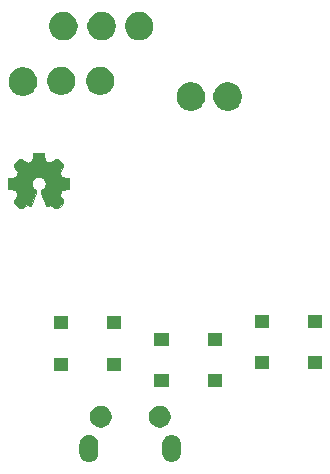
<source format=gbs>
G04 #@! TF.GenerationSoftware,KiCad,Pcbnew,5.0.2+dfsg1-1*
G04 #@! TF.CreationDate,2019-10-20T13:45:48+02:00*
G04 #@! TF.ProjectId,xling,786c696e-672e-46b6-9963-61645f706362,3.1*
G04 #@! TF.SameCoordinates,Original*
G04 #@! TF.FileFunction,Soldermask,Bot*
G04 #@! TF.FilePolarity,Negative*
%FSLAX46Y46*%
G04 Gerber Fmt 4.6, Leading zero omitted, Abs format (unit mm)*
G04 Created by KiCad (PCBNEW 5.0.2+dfsg1-1) date Sun 20 Oct 2019 13:45:48 CEST*
%MOMM*%
%LPD*%
G01*
G04 APERTURE LIST*
%ADD10C,0.010000*%
%ADD11C,0.100000*%
G04 APERTURE END LIST*
D10*
G04 #@! TO.C,OH1*
G36*
X56937274Y-59326226D02*
X56859714Y-59326644D01*
X56788840Y-59327289D01*
X56726326Y-59328134D01*
X56673848Y-59329150D01*
X56633079Y-59330311D01*
X56605693Y-59331588D01*
X56593365Y-59332954D01*
X56592977Y-59333122D01*
X56588641Y-59343166D01*
X56581750Y-59368743D01*
X56572556Y-59408686D01*
X56561308Y-59461828D01*
X56548255Y-59527003D01*
X56533646Y-59603043D01*
X56522820Y-59661076D01*
X56509402Y-59733234D01*
X56496670Y-59800641D01*
X56485002Y-59861366D01*
X56474779Y-59913478D01*
X56466380Y-59955047D01*
X56460185Y-59984142D01*
X56456572Y-59998832D01*
X56456244Y-59999752D01*
X56448906Y-60007898D01*
X56431800Y-60018827D01*
X56403585Y-60033192D01*
X56362925Y-60051646D01*
X56308480Y-60074844D01*
X56269247Y-60091063D01*
X56211691Y-60114602D01*
X56167664Y-60132313D01*
X56135041Y-60144819D01*
X56111695Y-60152746D01*
X56095501Y-60156718D01*
X56084331Y-60157359D01*
X56076061Y-60155293D01*
X56068564Y-60151146D01*
X56067346Y-60150364D01*
X56055069Y-60142160D01*
X56030699Y-60125638D01*
X55996098Y-60102068D01*
X55953130Y-60072722D01*
X55903657Y-60038872D01*
X55849541Y-60001789D01*
X55818852Y-59980737D01*
X55592604Y-59825467D01*
X55393053Y-59825467D01*
X55158160Y-60060472D01*
X54923267Y-60295478D01*
X54923267Y-60495319D01*
X55089399Y-60736812D01*
X55255531Y-60978306D01*
X55176182Y-61164667D01*
X55152628Y-61218906D01*
X55130757Y-61267220D01*
X55111606Y-61307469D01*
X55096210Y-61337515D01*
X55085604Y-61355219D01*
X55082149Y-61358941D01*
X55070732Y-61362236D01*
X55044586Y-61368186D01*
X55005639Y-61376402D01*
X54955820Y-61386493D01*
X54897055Y-61398069D01*
X54831274Y-61410741D01*
X54760405Y-61424119D01*
X54752651Y-61425567D01*
X54671423Y-61440968D01*
X54599911Y-61455036D01*
X54539349Y-61467504D01*
X54490969Y-61478106D01*
X54456005Y-61486573D01*
X54435691Y-61492641D01*
X54430915Y-61495190D01*
X54429542Y-61505594D01*
X54428254Y-61531258D01*
X54427079Y-61570506D01*
X54426045Y-61621665D01*
X54425179Y-61683060D01*
X54424509Y-61753017D01*
X54424063Y-61829862D01*
X54423868Y-61911920D01*
X54423863Y-61922046D01*
X54423899Y-62018927D01*
X54424096Y-62100203D01*
X54424491Y-62167204D01*
X54425122Y-62221257D01*
X54426024Y-62263692D01*
X54427235Y-62295836D01*
X54428792Y-62319019D01*
X54430731Y-62334568D01*
X54433090Y-62343813D01*
X54435674Y-62347903D01*
X54446507Y-62351666D01*
X54472062Y-62357999D01*
X54510391Y-62366497D01*
X54559547Y-62376751D01*
X54617582Y-62388356D01*
X54682549Y-62400905D01*
X54751057Y-62413727D01*
X54827533Y-62428079D01*
X54896302Y-62441501D01*
X54955778Y-62453653D01*
X55004377Y-62464194D01*
X55040514Y-62472785D01*
X55062603Y-62479086D01*
X55068746Y-62481849D01*
X55075317Y-62492398D01*
X55086752Y-62515830D01*
X55101991Y-62549554D01*
X55119971Y-62590976D01*
X55139632Y-62637505D01*
X55159912Y-62686549D01*
X55179749Y-62735515D01*
X55198083Y-62781812D01*
X55213851Y-62822847D01*
X55225992Y-62856029D01*
X55233445Y-62878765D01*
X55235206Y-62888353D01*
X55229875Y-62896781D01*
X55216113Y-62917452D01*
X55195079Y-62948656D01*
X55167933Y-62988680D01*
X55135834Y-63035814D01*
X55099942Y-63088346D01*
X55077783Y-63120701D01*
X54923267Y-63346128D01*
X54923267Y-63546970D01*
X55158565Y-63781718D01*
X55393864Y-64016467D01*
X55589633Y-64016467D01*
X55811749Y-63863780D01*
X56033866Y-63711094D01*
X56104769Y-63749744D01*
X56175673Y-63788393D01*
X56279205Y-63786013D01*
X56382738Y-63783633D01*
X56835814Y-62691433D01*
X56836274Y-62605342D01*
X56835982Y-62567632D01*
X56834827Y-62535419D01*
X56833011Y-62513033D01*
X56831594Y-62505859D01*
X56822860Y-62495792D01*
X56803155Y-62478828D01*
X56775572Y-62457498D01*
X56749044Y-62438382D01*
X56679148Y-62386945D01*
X56622107Y-62338481D01*
X56575024Y-62289756D01*
X56534997Y-62237538D01*
X56499127Y-62178595D01*
X56476192Y-62134169D01*
X56442301Y-62054439D01*
X56422612Y-61982607D01*
X56416912Y-61917684D01*
X56421023Y-61876410D01*
X56447802Y-61776920D01*
X56489872Y-61682801D01*
X56546020Y-61595629D01*
X56615036Y-61516980D01*
X56695706Y-61448427D01*
X56786820Y-61391549D01*
X56798633Y-61385464D01*
X56861775Y-61357667D01*
X56925088Y-61337087D01*
X56983706Y-61325115D01*
X57018767Y-61322599D01*
X57085090Y-61329742D01*
X57156613Y-61350081D01*
X57230369Y-61381975D01*
X57303390Y-61423787D01*
X57372709Y-61473877D01*
X57435358Y-61530607D01*
X57474252Y-61574129D01*
X57511601Y-61627386D01*
X57547421Y-61691372D01*
X57578707Y-61759944D01*
X57602456Y-61826962D01*
X57608203Y-61847993D01*
X57617147Y-61892186D01*
X57619883Y-61932463D01*
X57615904Y-61973252D01*
X57604701Y-62018983D01*
X57585766Y-62074087D01*
X57580749Y-62087289D01*
X57536780Y-62180197D01*
X57478989Y-62265539D01*
X57406702Y-62344095D01*
X57319242Y-62416644D01*
X57260067Y-62457064D01*
X57235044Y-62473791D01*
X57215855Y-62488019D01*
X57207280Y-62495972D01*
X57204745Y-62507769D01*
X57202683Y-62532620D01*
X57201334Y-62566645D01*
X57200930Y-62598421D01*
X57200800Y-62691675D01*
X57420680Y-63222920D01*
X57458028Y-63313084D01*
X57493640Y-63398921D01*
X57526963Y-63479102D01*
X57557442Y-63552304D01*
X57584525Y-63617199D01*
X57607657Y-63672462D01*
X57626284Y-63716767D01*
X57639853Y-63748789D01*
X57647810Y-63767200D01*
X57649577Y-63771015D01*
X57654817Y-63778217D01*
X57663434Y-63783025D01*
X57678518Y-63785914D01*
X57703158Y-63787360D01*
X57740443Y-63787839D01*
X57758942Y-63787867D01*
X57859289Y-63787867D01*
X57930836Y-63749805D01*
X58002384Y-63711744D01*
X58141342Y-63807425D01*
X58191188Y-63841695D01*
X58242999Y-63877224D01*
X58292621Y-63911171D01*
X58335903Y-63940695D01*
X58364008Y-63959786D01*
X58447717Y-64016467D01*
X58644030Y-64016467D01*
X58879148Y-63781348D01*
X59114267Y-63546229D01*
X59114267Y-63447865D01*
X59114107Y-63405567D01*
X59113079Y-63376111D01*
X59110359Y-63355405D01*
X59105122Y-63339358D01*
X59096545Y-63323878D01*
X59086165Y-63308333D01*
X59073757Y-63290180D01*
X59053402Y-63260427D01*
X59026725Y-63221446D01*
X58995347Y-63175608D01*
X58960892Y-63125285D01*
X58929531Y-63079489D01*
X58895437Y-63029301D01*
X58864740Y-62983337D01*
X58838692Y-62943536D01*
X58818548Y-62911838D01*
X58805560Y-62890182D01*
X58800981Y-62880523D01*
X58804014Y-62869807D01*
X58812548Y-62845683D01*
X58825719Y-62810435D01*
X58842664Y-62766348D01*
X58862519Y-62715704D01*
X58878358Y-62675899D01*
X58904676Y-62610964D01*
X58925912Y-62560523D01*
X58942743Y-62523146D01*
X58955847Y-62497403D01*
X58965903Y-62481864D01*
X58973589Y-62475100D01*
X58973627Y-62475083D01*
X58985883Y-62471856D01*
X59012791Y-62466007D01*
X59052340Y-62457932D01*
X59102518Y-62448030D01*
X59161317Y-62436696D01*
X59226724Y-62424329D01*
X59291132Y-62412357D01*
X59360532Y-62399361D01*
X59424884Y-62386924D01*
X59482232Y-62375456D01*
X59530617Y-62365363D01*
X59568082Y-62357053D01*
X59592669Y-62350935D01*
X59602282Y-62347553D01*
X59604974Y-62342682D01*
X59607232Y-62332059D01*
X59609089Y-62314398D01*
X59610580Y-62288410D01*
X59611741Y-62252807D01*
X59612605Y-62206300D01*
X59613208Y-62147603D01*
X59613584Y-62075426D01*
X59613767Y-61988482D01*
X59613800Y-61920125D01*
X59613800Y-61502257D01*
X59594750Y-61490504D01*
X59582271Y-61486334D01*
X59555105Y-61479620D01*
X59515240Y-61470778D01*
X59464663Y-61460220D01*
X59405360Y-61448363D01*
X59339318Y-61435619D01*
X59268523Y-61422405D01*
X59266667Y-61422064D01*
X59196216Y-61408922D01*
X59130845Y-61396309D01*
X59072473Y-61384626D01*
X59023015Y-61374275D01*
X58984388Y-61365658D01*
X58958509Y-61359176D01*
X58947296Y-61355230D01*
X58947160Y-61355113D01*
X58941112Y-61344839D01*
X58929753Y-61321706D01*
X58914270Y-61288436D01*
X58895853Y-61247752D01*
X58875690Y-61202376D01*
X58854968Y-61155031D01*
X58834876Y-61108438D01*
X58816602Y-61065320D01*
X58801335Y-61028400D01*
X58790261Y-61000400D01*
X58784571Y-60984041D01*
X58784067Y-60981433D01*
X58788705Y-60972543D01*
X58801885Y-60951402D01*
X58822502Y-60919676D01*
X58849453Y-60879031D01*
X58881636Y-60831135D01*
X58917946Y-60777653D01*
X58949167Y-60732049D01*
X59114267Y-60491763D01*
X59114267Y-60296064D01*
X58879519Y-60060765D01*
X58644770Y-59825467D01*
X58443790Y-59825467D01*
X58230812Y-59971150D01*
X58175781Y-60008814D01*
X58123699Y-60044498D01*
X58076649Y-60076773D01*
X58036714Y-60104208D01*
X58005977Y-60125374D01*
X57986520Y-60138841D01*
X57983227Y-60141143D01*
X57948620Y-60165452D01*
X57788493Y-60100313D01*
X57726585Y-60075060D01*
X57678550Y-60055202D01*
X57642549Y-60039823D01*
X57616742Y-60028006D01*
X57599290Y-60018836D01*
X57588352Y-60011398D01*
X57582089Y-60004774D01*
X57578661Y-59998050D01*
X57577758Y-59995401D01*
X57575066Y-59983561D01*
X57569678Y-59957010D01*
X57561966Y-59917692D01*
X57552305Y-59867549D01*
X57541070Y-59808523D01*
X57528633Y-59742559D01*
X57515369Y-59671597D01*
X57514008Y-59664281D01*
X57500580Y-59593136D01*
X57487719Y-59526999D01*
X57475826Y-59467777D01*
X57465300Y-59417380D01*
X57456540Y-59377714D01*
X57449945Y-59350687D01*
X57445915Y-59338207D01*
X57445647Y-59337805D01*
X57441006Y-59335040D01*
X57431189Y-59332726D01*
X57414870Y-59330826D01*
X57390727Y-59329304D01*
X57357437Y-59328123D01*
X57313676Y-59327248D01*
X57258120Y-59326641D01*
X57189448Y-59326267D01*
X57106334Y-59326088D01*
X57019847Y-59326063D01*
X56937274Y-59326226D01*
X56937274Y-59326226D01*
G37*
X56937274Y-59326226D02*
X56859714Y-59326644D01*
X56788840Y-59327289D01*
X56726326Y-59328134D01*
X56673848Y-59329150D01*
X56633079Y-59330311D01*
X56605693Y-59331588D01*
X56593365Y-59332954D01*
X56592977Y-59333122D01*
X56588641Y-59343166D01*
X56581750Y-59368743D01*
X56572556Y-59408686D01*
X56561308Y-59461828D01*
X56548255Y-59527003D01*
X56533646Y-59603043D01*
X56522820Y-59661076D01*
X56509402Y-59733234D01*
X56496670Y-59800641D01*
X56485002Y-59861366D01*
X56474779Y-59913478D01*
X56466380Y-59955047D01*
X56460185Y-59984142D01*
X56456572Y-59998832D01*
X56456244Y-59999752D01*
X56448906Y-60007898D01*
X56431800Y-60018827D01*
X56403585Y-60033192D01*
X56362925Y-60051646D01*
X56308480Y-60074844D01*
X56269247Y-60091063D01*
X56211691Y-60114602D01*
X56167664Y-60132313D01*
X56135041Y-60144819D01*
X56111695Y-60152746D01*
X56095501Y-60156718D01*
X56084331Y-60157359D01*
X56076061Y-60155293D01*
X56068564Y-60151146D01*
X56067346Y-60150364D01*
X56055069Y-60142160D01*
X56030699Y-60125638D01*
X55996098Y-60102068D01*
X55953130Y-60072722D01*
X55903657Y-60038872D01*
X55849541Y-60001789D01*
X55818852Y-59980737D01*
X55592604Y-59825467D01*
X55393053Y-59825467D01*
X55158160Y-60060472D01*
X54923267Y-60295478D01*
X54923267Y-60495319D01*
X55089399Y-60736812D01*
X55255531Y-60978306D01*
X55176182Y-61164667D01*
X55152628Y-61218906D01*
X55130757Y-61267220D01*
X55111606Y-61307469D01*
X55096210Y-61337515D01*
X55085604Y-61355219D01*
X55082149Y-61358941D01*
X55070732Y-61362236D01*
X55044586Y-61368186D01*
X55005639Y-61376402D01*
X54955820Y-61386493D01*
X54897055Y-61398069D01*
X54831274Y-61410741D01*
X54760405Y-61424119D01*
X54752651Y-61425567D01*
X54671423Y-61440968D01*
X54599911Y-61455036D01*
X54539349Y-61467504D01*
X54490969Y-61478106D01*
X54456005Y-61486573D01*
X54435691Y-61492641D01*
X54430915Y-61495190D01*
X54429542Y-61505594D01*
X54428254Y-61531258D01*
X54427079Y-61570506D01*
X54426045Y-61621665D01*
X54425179Y-61683060D01*
X54424509Y-61753017D01*
X54424063Y-61829862D01*
X54423868Y-61911920D01*
X54423863Y-61922046D01*
X54423899Y-62018927D01*
X54424096Y-62100203D01*
X54424491Y-62167204D01*
X54425122Y-62221257D01*
X54426024Y-62263692D01*
X54427235Y-62295836D01*
X54428792Y-62319019D01*
X54430731Y-62334568D01*
X54433090Y-62343813D01*
X54435674Y-62347903D01*
X54446507Y-62351666D01*
X54472062Y-62357999D01*
X54510391Y-62366497D01*
X54559547Y-62376751D01*
X54617582Y-62388356D01*
X54682549Y-62400905D01*
X54751057Y-62413727D01*
X54827533Y-62428079D01*
X54896302Y-62441501D01*
X54955778Y-62453653D01*
X55004377Y-62464194D01*
X55040514Y-62472785D01*
X55062603Y-62479086D01*
X55068746Y-62481849D01*
X55075317Y-62492398D01*
X55086752Y-62515830D01*
X55101991Y-62549554D01*
X55119971Y-62590976D01*
X55139632Y-62637505D01*
X55159912Y-62686549D01*
X55179749Y-62735515D01*
X55198083Y-62781812D01*
X55213851Y-62822847D01*
X55225992Y-62856029D01*
X55233445Y-62878765D01*
X55235206Y-62888353D01*
X55229875Y-62896781D01*
X55216113Y-62917452D01*
X55195079Y-62948656D01*
X55167933Y-62988680D01*
X55135834Y-63035814D01*
X55099942Y-63088346D01*
X55077783Y-63120701D01*
X54923267Y-63346128D01*
X54923267Y-63546970D01*
X55158565Y-63781718D01*
X55393864Y-64016467D01*
X55589633Y-64016467D01*
X55811749Y-63863780D01*
X56033866Y-63711094D01*
X56104769Y-63749744D01*
X56175673Y-63788393D01*
X56279205Y-63786013D01*
X56382738Y-63783633D01*
X56835814Y-62691433D01*
X56836274Y-62605342D01*
X56835982Y-62567632D01*
X56834827Y-62535419D01*
X56833011Y-62513033D01*
X56831594Y-62505859D01*
X56822860Y-62495792D01*
X56803155Y-62478828D01*
X56775572Y-62457498D01*
X56749044Y-62438382D01*
X56679148Y-62386945D01*
X56622107Y-62338481D01*
X56575024Y-62289756D01*
X56534997Y-62237538D01*
X56499127Y-62178595D01*
X56476192Y-62134169D01*
X56442301Y-62054439D01*
X56422612Y-61982607D01*
X56416912Y-61917684D01*
X56421023Y-61876410D01*
X56447802Y-61776920D01*
X56489872Y-61682801D01*
X56546020Y-61595629D01*
X56615036Y-61516980D01*
X56695706Y-61448427D01*
X56786820Y-61391549D01*
X56798633Y-61385464D01*
X56861775Y-61357667D01*
X56925088Y-61337087D01*
X56983706Y-61325115D01*
X57018767Y-61322599D01*
X57085090Y-61329742D01*
X57156613Y-61350081D01*
X57230369Y-61381975D01*
X57303390Y-61423787D01*
X57372709Y-61473877D01*
X57435358Y-61530607D01*
X57474252Y-61574129D01*
X57511601Y-61627386D01*
X57547421Y-61691372D01*
X57578707Y-61759944D01*
X57602456Y-61826962D01*
X57608203Y-61847993D01*
X57617147Y-61892186D01*
X57619883Y-61932463D01*
X57615904Y-61973252D01*
X57604701Y-62018983D01*
X57585766Y-62074087D01*
X57580749Y-62087289D01*
X57536780Y-62180197D01*
X57478989Y-62265539D01*
X57406702Y-62344095D01*
X57319242Y-62416644D01*
X57260067Y-62457064D01*
X57235044Y-62473791D01*
X57215855Y-62488019D01*
X57207280Y-62495972D01*
X57204745Y-62507769D01*
X57202683Y-62532620D01*
X57201334Y-62566645D01*
X57200930Y-62598421D01*
X57200800Y-62691675D01*
X57420680Y-63222920D01*
X57458028Y-63313084D01*
X57493640Y-63398921D01*
X57526963Y-63479102D01*
X57557442Y-63552304D01*
X57584525Y-63617199D01*
X57607657Y-63672462D01*
X57626284Y-63716767D01*
X57639853Y-63748789D01*
X57647810Y-63767200D01*
X57649577Y-63771015D01*
X57654817Y-63778217D01*
X57663434Y-63783025D01*
X57678518Y-63785914D01*
X57703158Y-63787360D01*
X57740443Y-63787839D01*
X57758942Y-63787867D01*
X57859289Y-63787867D01*
X57930836Y-63749805D01*
X58002384Y-63711744D01*
X58141342Y-63807425D01*
X58191188Y-63841695D01*
X58242999Y-63877224D01*
X58292621Y-63911171D01*
X58335903Y-63940695D01*
X58364008Y-63959786D01*
X58447717Y-64016467D01*
X58644030Y-64016467D01*
X58879148Y-63781348D01*
X59114267Y-63546229D01*
X59114267Y-63447865D01*
X59114107Y-63405567D01*
X59113079Y-63376111D01*
X59110359Y-63355405D01*
X59105122Y-63339358D01*
X59096545Y-63323878D01*
X59086165Y-63308333D01*
X59073757Y-63290180D01*
X59053402Y-63260427D01*
X59026725Y-63221446D01*
X58995347Y-63175608D01*
X58960892Y-63125285D01*
X58929531Y-63079489D01*
X58895437Y-63029301D01*
X58864740Y-62983337D01*
X58838692Y-62943536D01*
X58818548Y-62911838D01*
X58805560Y-62890182D01*
X58800981Y-62880523D01*
X58804014Y-62869807D01*
X58812548Y-62845683D01*
X58825719Y-62810435D01*
X58842664Y-62766348D01*
X58862519Y-62715704D01*
X58878358Y-62675899D01*
X58904676Y-62610964D01*
X58925912Y-62560523D01*
X58942743Y-62523146D01*
X58955847Y-62497403D01*
X58965903Y-62481864D01*
X58973589Y-62475100D01*
X58973627Y-62475083D01*
X58985883Y-62471856D01*
X59012791Y-62466007D01*
X59052340Y-62457932D01*
X59102518Y-62448030D01*
X59161317Y-62436696D01*
X59226724Y-62424329D01*
X59291132Y-62412357D01*
X59360532Y-62399361D01*
X59424884Y-62386924D01*
X59482232Y-62375456D01*
X59530617Y-62365363D01*
X59568082Y-62357053D01*
X59592669Y-62350935D01*
X59602282Y-62347553D01*
X59604974Y-62342682D01*
X59607232Y-62332059D01*
X59609089Y-62314398D01*
X59610580Y-62288410D01*
X59611741Y-62252807D01*
X59612605Y-62206300D01*
X59613208Y-62147603D01*
X59613584Y-62075426D01*
X59613767Y-61988482D01*
X59613800Y-61920125D01*
X59613800Y-61502257D01*
X59594750Y-61490504D01*
X59582271Y-61486334D01*
X59555105Y-61479620D01*
X59515240Y-61470778D01*
X59464663Y-61460220D01*
X59405360Y-61448363D01*
X59339318Y-61435619D01*
X59268523Y-61422405D01*
X59266667Y-61422064D01*
X59196216Y-61408922D01*
X59130845Y-61396309D01*
X59072473Y-61384626D01*
X59023015Y-61374275D01*
X58984388Y-61365658D01*
X58958509Y-61359176D01*
X58947296Y-61355230D01*
X58947160Y-61355113D01*
X58941112Y-61344839D01*
X58929753Y-61321706D01*
X58914270Y-61288436D01*
X58895853Y-61247752D01*
X58875690Y-61202376D01*
X58854968Y-61155031D01*
X58834876Y-61108438D01*
X58816602Y-61065320D01*
X58801335Y-61028400D01*
X58790261Y-61000400D01*
X58784571Y-60984041D01*
X58784067Y-60981433D01*
X58788705Y-60972543D01*
X58801885Y-60951402D01*
X58822502Y-60919676D01*
X58849453Y-60879031D01*
X58881636Y-60831135D01*
X58917946Y-60777653D01*
X58949167Y-60732049D01*
X59114267Y-60491763D01*
X59114267Y-60296064D01*
X58879519Y-60060765D01*
X58644770Y-59825467D01*
X58443790Y-59825467D01*
X58230812Y-59971150D01*
X58175781Y-60008814D01*
X58123699Y-60044498D01*
X58076649Y-60076773D01*
X58036714Y-60104208D01*
X58005977Y-60125374D01*
X57986520Y-60138841D01*
X57983227Y-60141143D01*
X57948620Y-60165452D01*
X57788493Y-60100313D01*
X57726585Y-60075060D01*
X57678550Y-60055202D01*
X57642549Y-60039823D01*
X57616742Y-60028006D01*
X57599290Y-60018836D01*
X57588352Y-60011398D01*
X57582089Y-60004774D01*
X57578661Y-59998050D01*
X57577758Y-59995401D01*
X57575066Y-59983561D01*
X57569678Y-59957010D01*
X57561966Y-59917692D01*
X57552305Y-59867549D01*
X57541070Y-59808523D01*
X57528633Y-59742559D01*
X57515369Y-59671597D01*
X57514008Y-59664281D01*
X57500580Y-59593136D01*
X57487719Y-59526999D01*
X57475826Y-59467777D01*
X57465300Y-59417380D01*
X57456540Y-59377714D01*
X57449945Y-59350687D01*
X57445915Y-59338207D01*
X57445647Y-59337805D01*
X57441006Y-59335040D01*
X57431189Y-59332726D01*
X57414870Y-59330826D01*
X57390727Y-59329304D01*
X57357437Y-59328123D01*
X57313676Y-59327248D01*
X57258120Y-59326641D01*
X57189448Y-59326267D01*
X57106334Y-59326088D01*
X57019847Y-59326063D01*
X56937274Y-59326226D01*
D11*
G36*
X61438827Y-83209076D02*
X61589628Y-83254820D01*
X61728607Y-83329107D01*
X61850422Y-83429078D01*
X61950393Y-83550893D01*
X62024680Y-83689872D01*
X62070424Y-83840673D01*
X62082000Y-83958205D01*
X62082000Y-84736795D01*
X62070424Y-84854327D01*
X62024680Y-85005128D01*
X61950393Y-85144107D01*
X61886432Y-85222043D01*
X61850422Y-85265922D01*
X61728605Y-85365893D01*
X61728603Y-85365894D01*
X61728602Y-85365895D01*
X61589627Y-85440180D01*
X61438826Y-85485924D01*
X61282000Y-85501370D01*
X61125173Y-85485924D01*
X60974372Y-85440180D01*
X60835393Y-85365893D01*
X60757457Y-85301932D01*
X60713578Y-85265922D01*
X60613607Y-85144105D01*
X60613605Y-85144102D01*
X60539320Y-85005127D01*
X60493576Y-84854326D01*
X60482000Y-84736794D01*
X60482000Y-83958205D01*
X60493576Y-83840673D01*
X60539321Y-83689872D01*
X60613608Y-83550893D01*
X60713579Y-83429078D01*
X60835394Y-83329107D01*
X60974373Y-83254820D01*
X61125174Y-83209076D01*
X61282000Y-83193630D01*
X61438827Y-83209076D01*
X61438827Y-83209076D01*
G37*
G36*
X68438826Y-83209076D02*
X68589627Y-83254820D01*
X68728602Y-83329105D01*
X68728603Y-83329106D01*
X68728605Y-83329107D01*
X68850422Y-83429078D01*
X68850424Y-83429081D01*
X68950393Y-83550893D01*
X69024680Y-83689872D01*
X69070424Y-83840673D01*
X69082000Y-83958205D01*
X69082000Y-84736795D01*
X69070424Y-84854327D01*
X69024680Y-85005128D01*
X68950393Y-85144107D01*
X68850422Y-85265922D01*
X68728607Y-85365893D01*
X68589628Y-85440180D01*
X68438827Y-85485924D01*
X68282000Y-85501370D01*
X68125174Y-85485924D01*
X67974373Y-85440180D01*
X67835394Y-85365893D01*
X67713579Y-85265922D01*
X67613608Y-85144107D01*
X67539321Y-85005128D01*
X67493576Y-84854327D01*
X67482000Y-84736795D01*
X67482000Y-83958206D01*
X67493576Y-83840674D01*
X67539320Y-83689873D01*
X67613605Y-83550898D01*
X67613609Y-83550893D01*
X67713578Y-83429078D01*
X67757457Y-83393068D01*
X67835393Y-83329107D01*
X67974372Y-83254820D01*
X68125173Y-83209076D01*
X68282000Y-83193630D01*
X68438826Y-83209076D01*
X68438826Y-83209076D01*
G37*
G36*
X62551811Y-80758046D02*
X62551814Y-80758047D01*
X62551813Y-80758047D01*
X62720152Y-80827775D01*
X62720155Y-80827777D01*
X62871653Y-80929004D01*
X63000496Y-81057847D01*
X63101723Y-81209345D01*
X63101725Y-81209348D01*
X63158575Y-81346596D01*
X63171454Y-81377689D01*
X63207000Y-81556394D01*
X63207000Y-81738606D01*
X63171454Y-81917311D01*
X63171453Y-81917313D01*
X63101725Y-82085652D01*
X63101723Y-82085655D01*
X63000496Y-82237153D01*
X62871653Y-82365996D01*
X62720155Y-82467223D01*
X62720152Y-82467225D01*
X62582904Y-82524075D01*
X62551811Y-82536954D01*
X62373106Y-82572500D01*
X62190894Y-82572500D01*
X62012189Y-82536954D01*
X61981096Y-82524075D01*
X61843848Y-82467225D01*
X61843845Y-82467223D01*
X61692347Y-82365996D01*
X61563504Y-82237153D01*
X61462277Y-82085655D01*
X61462275Y-82085652D01*
X61392547Y-81917313D01*
X61392546Y-81917311D01*
X61357000Y-81738606D01*
X61357000Y-81556394D01*
X61392546Y-81377689D01*
X61405425Y-81346596D01*
X61462275Y-81209348D01*
X61462277Y-81209345D01*
X61563504Y-81057847D01*
X61692347Y-80929004D01*
X61843845Y-80827777D01*
X61843848Y-80827775D01*
X62012187Y-80758047D01*
X62012186Y-80758047D01*
X62012189Y-80758046D01*
X62190894Y-80722500D01*
X62373106Y-80722500D01*
X62551811Y-80758046D01*
X62551811Y-80758046D01*
G37*
G36*
X67551811Y-80758046D02*
X67551814Y-80758047D01*
X67551813Y-80758047D01*
X67720152Y-80827775D01*
X67720155Y-80827777D01*
X67871653Y-80929004D01*
X68000496Y-81057847D01*
X68101723Y-81209345D01*
X68101725Y-81209348D01*
X68158575Y-81346596D01*
X68171454Y-81377689D01*
X68207000Y-81556394D01*
X68207000Y-81738606D01*
X68171454Y-81917311D01*
X68171453Y-81917313D01*
X68101725Y-82085652D01*
X68101723Y-82085655D01*
X68000496Y-82237153D01*
X67871653Y-82365996D01*
X67720155Y-82467223D01*
X67720152Y-82467225D01*
X67582904Y-82524075D01*
X67551811Y-82536954D01*
X67373106Y-82572500D01*
X67190894Y-82572500D01*
X67012189Y-82536954D01*
X66981096Y-82524075D01*
X66843848Y-82467225D01*
X66843845Y-82467223D01*
X66692347Y-82365996D01*
X66563504Y-82237153D01*
X66462277Y-82085655D01*
X66462275Y-82085652D01*
X66392547Y-81917313D01*
X66392546Y-81917311D01*
X66357000Y-81738606D01*
X66357000Y-81556394D01*
X66392546Y-81377689D01*
X66405425Y-81346596D01*
X66462275Y-81209348D01*
X66462277Y-81209345D01*
X66563504Y-81057847D01*
X66692347Y-80929004D01*
X66843845Y-80827777D01*
X66843848Y-80827775D01*
X67012187Y-80758047D01*
X67012186Y-80758047D01*
X67012189Y-80758046D01*
X67190894Y-80722500D01*
X67373106Y-80722500D01*
X67551811Y-80758046D01*
X67551811Y-80758046D01*
G37*
G36*
X72532000Y-79160000D02*
X71332000Y-79160000D01*
X71332000Y-78060000D01*
X72532000Y-78060000D01*
X72532000Y-79160000D01*
X72532000Y-79160000D01*
G37*
G36*
X68032000Y-79160000D02*
X66832000Y-79160000D01*
X66832000Y-78060000D01*
X68032000Y-78060000D01*
X68032000Y-79160000D01*
X68032000Y-79160000D01*
G37*
G36*
X59532000Y-77760000D02*
X58332000Y-77760000D01*
X58332000Y-76660000D01*
X59532000Y-76660000D01*
X59532000Y-77760000D01*
X59532000Y-77760000D01*
G37*
G36*
X64032000Y-77760000D02*
X62832000Y-77760000D01*
X62832000Y-76660000D01*
X64032000Y-76660000D01*
X64032000Y-77760000D01*
X64032000Y-77760000D01*
G37*
G36*
X76532000Y-77610000D02*
X75332000Y-77610000D01*
X75332000Y-76510000D01*
X76532000Y-76510000D01*
X76532000Y-77610000D01*
X76532000Y-77610000D01*
G37*
G36*
X81032000Y-77610000D02*
X79832000Y-77610000D01*
X79832000Y-76510000D01*
X81032000Y-76510000D01*
X81032000Y-77610000D01*
X81032000Y-77610000D01*
G37*
G36*
X68032000Y-75660000D02*
X66832000Y-75660000D01*
X66832000Y-74560000D01*
X68032000Y-74560000D01*
X68032000Y-75660000D01*
X68032000Y-75660000D01*
G37*
G36*
X72532000Y-75660000D02*
X71332000Y-75660000D01*
X71332000Y-74560000D01*
X72532000Y-74560000D01*
X72532000Y-75660000D01*
X72532000Y-75660000D01*
G37*
G36*
X59532000Y-74260000D02*
X58332000Y-74260000D01*
X58332000Y-73160000D01*
X59532000Y-73160000D01*
X59532000Y-74260000D01*
X59532000Y-74260000D01*
G37*
G36*
X64032000Y-74260000D02*
X62832000Y-74260000D01*
X62832000Y-73160000D01*
X64032000Y-73160000D01*
X64032000Y-74260000D01*
X64032000Y-74260000D01*
G37*
G36*
X81032000Y-74110000D02*
X79832000Y-74110000D01*
X79832000Y-73010000D01*
X81032000Y-73010000D01*
X81032000Y-74110000D01*
X81032000Y-74110000D01*
G37*
G36*
X76532000Y-74110000D02*
X75332000Y-74110000D01*
X75332000Y-73010000D01*
X76532000Y-73010000D01*
X76532000Y-74110000D01*
X76532000Y-74110000D01*
G37*
G36*
X70263526Y-53392615D02*
X70372720Y-53437845D01*
X70481913Y-53483074D01*
X70678455Y-53614399D01*
X70845601Y-53781545D01*
X70976926Y-53978087D01*
X71003174Y-54041455D01*
X71067385Y-54196474D01*
X71113500Y-54428310D01*
X71113500Y-54664690D01*
X71067385Y-54896526D01*
X71022155Y-55005720D01*
X70976926Y-55114913D01*
X70845601Y-55311455D01*
X70678455Y-55478601D01*
X70481913Y-55609926D01*
X70372720Y-55655155D01*
X70263526Y-55700385D01*
X70031690Y-55746500D01*
X69795310Y-55746500D01*
X69563474Y-55700385D01*
X69454280Y-55655155D01*
X69345087Y-55609926D01*
X69148545Y-55478601D01*
X68981399Y-55311455D01*
X68850074Y-55114913D01*
X68804845Y-55005720D01*
X68759615Y-54896526D01*
X68713500Y-54664690D01*
X68713500Y-54428310D01*
X68759615Y-54196474D01*
X68823826Y-54041455D01*
X68850074Y-53978087D01*
X68981399Y-53781545D01*
X69148545Y-53614399D01*
X69345087Y-53483074D01*
X69454280Y-53437845D01*
X69563474Y-53392615D01*
X69795310Y-53346500D01*
X70031690Y-53346500D01*
X70263526Y-53392615D01*
X70263526Y-53392615D01*
G37*
G36*
X73375026Y-53392615D02*
X73484220Y-53437845D01*
X73593413Y-53483074D01*
X73789955Y-53614399D01*
X73957101Y-53781545D01*
X74088426Y-53978087D01*
X74114674Y-54041455D01*
X74178885Y-54196474D01*
X74225000Y-54428310D01*
X74225000Y-54664690D01*
X74178885Y-54896526D01*
X74133655Y-55005720D01*
X74088426Y-55114913D01*
X73957101Y-55311455D01*
X73789955Y-55478601D01*
X73593413Y-55609926D01*
X73484220Y-55655155D01*
X73375026Y-55700385D01*
X73143190Y-55746500D01*
X72906810Y-55746500D01*
X72674974Y-55700385D01*
X72565780Y-55655155D01*
X72456587Y-55609926D01*
X72260045Y-55478601D01*
X72092899Y-55311455D01*
X71961574Y-55114913D01*
X71916345Y-55005720D01*
X71871115Y-54896526D01*
X71825000Y-54664690D01*
X71825000Y-54428310D01*
X71871115Y-54196474D01*
X71935326Y-54041455D01*
X71961574Y-53978087D01*
X72092899Y-53781545D01*
X72260045Y-53614399D01*
X72456587Y-53483074D01*
X72565780Y-53437845D01*
X72674974Y-53392615D01*
X72906810Y-53346500D01*
X73143190Y-53346500D01*
X73375026Y-53392615D01*
X73375026Y-53392615D01*
G37*
G36*
X56039526Y-52122615D02*
X56148720Y-52167845D01*
X56257913Y-52213074D01*
X56454455Y-52344399D01*
X56621601Y-52511545D01*
X56752926Y-52708087D01*
X56798155Y-52817280D01*
X56843385Y-52926474D01*
X56889500Y-53158310D01*
X56889500Y-53394690D01*
X56843385Y-53626526D01*
X56798155Y-53735720D01*
X56752926Y-53844913D01*
X56621601Y-54041455D01*
X56454455Y-54208601D01*
X56257913Y-54339926D01*
X56148720Y-54385155D01*
X56039526Y-54430385D01*
X55807690Y-54476500D01*
X55571310Y-54476500D01*
X55339474Y-54430385D01*
X55230280Y-54385155D01*
X55121087Y-54339926D01*
X54924545Y-54208601D01*
X54757399Y-54041455D01*
X54626074Y-53844913D01*
X54580845Y-53735720D01*
X54535615Y-53626526D01*
X54489500Y-53394690D01*
X54489500Y-53158310D01*
X54535615Y-52926474D01*
X54580845Y-52817280D01*
X54626074Y-52708087D01*
X54757399Y-52511545D01*
X54924545Y-52344399D01*
X55121087Y-52213074D01*
X55230280Y-52167845D01*
X55339474Y-52122615D01*
X55571310Y-52076500D01*
X55807690Y-52076500D01*
X56039526Y-52122615D01*
X56039526Y-52122615D01*
G37*
G36*
X59278026Y-52059115D02*
X59387220Y-52104345D01*
X59496413Y-52149574D01*
X59692955Y-52280899D01*
X59860101Y-52448045D01*
X59991426Y-52644587D01*
X60017728Y-52708086D01*
X60081885Y-52862974D01*
X60128000Y-53094810D01*
X60128000Y-53331190D01*
X60081885Y-53563026D01*
X60060605Y-53614399D01*
X59991426Y-53781413D01*
X59860101Y-53977955D01*
X59692955Y-54145101D01*
X59496413Y-54276426D01*
X59387220Y-54321655D01*
X59278026Y-54366885D01*
X59046190Y-54413000D01*
X58809810Y-54413000D01*
X58577974Y-54366885D01*
X58468780Y-54321655D01*
X58359587Y-54276426D01*
X58163045Y-54145101D01*
X57995899Y-53977955D01*
X57864574Y-53781413D01*
X57795395Y-53614399D01*
X57774115Y-53563026D01*
X57728000Y-53331190D01*
X57728000Y-53094810D01*
X57774115Y-52862974D01*
X57838272Y-52708086D01*
X57864574Y-52644587D01*
X57995899Y-52448045D01*
X58163045Y-52280899D01*
X58359587Y-52149574D01*
X58468780Y-52104345D01*
X58577974Y-52059115D01*
X58809810Y-52013000D01*
X59046190Y-52013000D01*
X59278026Y-52059115D01*
X59278026Y-52059115D01*
G37*
G36*
X62580026Y-52059115D02*
X62689220Y-52104345D01*
X62798413Y-52149574D01*
X62994955Y-52280899D01*
X63162101Y-52448045D01*
X63293426Y-52644587D01*
X63319728Y-52708086D01*
X63383885Y-52862974D01*
X63430000Y-53094810D01*
X63430000Y-53331190D01*
X63383885Y-53563026D01*
X63362605Y-53614399D01*
X63293426Y-53781413D01*
X63162101Y-53977955D01*
X62994955Y-54145101D01*
X62798413Y-54276426D01*
X62689220Y-54321655D01*
X62580026Y-54366885D01*
X62348190Y-54413000D01*
X62111810Y-54413000D01*
X61879974Y-54366885D01*
X61770780Y-54321655D01*
X61661587Y-54276426D01*
X61465045Y-54145101D01*
X61297899Y-53977955D01*
X61166574Y-53781413D01*
X61097395Y-53614399D01*
X61076115Y-53563026D01*
X61030000Y-53331190D01*
X61030000Y-53094810D01*
X61076115Y-52862974D01*
X61140272Y-52708086D01*
X61166574Y-52644587D01*
X61297899Y-52448045D01*
X61465045Y-52280899D01*
X61661587Y-52149574D01*
X61770780Y-52104345D01*
X61879974Y-52059115D01*
X62111810Y-52013000D01*
X62348190Y-52013000D01*
X62580026Y-52059115D01*
X62580026Y-52059115D01*
G37*
G36*
X62707026Y-47423615D02*
X62816220Y-47468845D01*
X62925413Y-47514074D01*
X63121955Y-47645399D01*
X63289101Y-47812545D01*
X63420426Y-48009087D01*
X63465655Y-48118280D01*
X63510885Y-48227474D01*
X63557000Y-48459310D01*
X63557000Y-48695690D01*
X63510885Y-48927526D01*
X63465655Y-49036720D01*
X63420426Y-49145913D01*
X63289101Y-49342455D01*
X63121955Y-49509601D01*
X62925413Y-49640926D01*
X62816220Y-49686155D01*
X62707026Y-49731385D01*
X62475190Y-49777500D01*
X62238810Y-49777500D01*
X62006974Y-49731385D01*
X61897780Y-49686155D01*
X61788587Y-49640926D01*
X61592045Y-49509601D01*
X61424899Y-49342455D01*
X61293574Y-49145913D01*
X61248345Y-49036720D01*
X61203115Y-48927526D01*
X61157000Y-48695690D01*
X61157000Y-48459310D01*
X61203115Y-48227474D01*
X61248345Y-48118280D01*
X61293574Y-48009087D01*
X61424899Y-47812545D01*
X61592045Y-47645399D01*
X61788587Y-47514074D01*
X61897780Y-47468845D01*
X62006974Y-47423615D01*
X62238810Y-47377500D01*
X62475190Y-47377500D01*
X62707026Y-47423615D01*
X62707026Y-47423615D01*
G37*
G36*
X59468526Y-47423615D02*
X59577720Y-47468845D01*
X59686913Y-47514074D01*
X59883455Y-47645399D01*
X60050601Y-47812545D01*
X60181926Y-48009087D01*
X60227155Y-48118280D01*
X60272385Y-48227474D01*
X60318500Y-48459310D01*
X60318500Y-48695690D01*
X60272385Y-48927526D01*
X60227155Y-49036720D01*
X60181926Y-49145913D01*
X60050601Y-49342455D01*
X59883455Y-49509601D01*
X59686913Y-49640926D01*
X59577720Y-49686155D01*
X59468526Y-49731385D01*
X59236690Y-49777500D01*
X59000310Y-49777500D01*
X58768474Y-49731385D01*
X58659280Y-49686155D01*
X58550087Y-49640926D01*
X58353545Y-49509601D01*
X58186399Y-49342455D01*
X58055074Y-49145913D01*
X58009845Y-49036720D01*
X57964615Y-48927526D01*
X57918500Y-48695690D01*
X57918500Y-48459310D01*
X57964615Y-48227474D01*
X58009845Y-48118280D01*
X58055074Y-48009087D01*
X58186399Y-47812545D01*
X58353545Y-47645399D01*
X58550087Y-47514074D01*
X58659280Y-47468845D01*
X58768474Y-47423615D01*
X59000310Y-47377500D01*
X59236690Y-47377500D01*
X59468526Y-47423615D01*
X59468526Y-47423615D01*
G37*
G36*
X65882026Y-47423615D02*
X65991220Y-47468845D01*
X66100413Y-47514074D01*
X66296955Y-47645399D01*
X66464101Y-47812545D01*
X66595426Y-48009087D01*
X66640655Y-48118280D01*
X66685885Y-48227474D01*
X66732000Y-48459310D01*
X66732000Y-48695690D01*
X66685885Y-48927526D01*
X66640655Y-49036720D01*
X66595426Y-49145913D01*
X66464101Y-49342455D01*
X66296955Y-49509601D01*
X66100413Y-49640926D01*
X65991220Y-49686155D01*
X65882026Y-49731385D01*
X65650190Y-49777500D01*
X65413810Y-49777500D01*
X65181974Y-49731385D01*
X65072780Y-49686155D01*
X64963587Y-49640926D01*
X64767045Y-49509601D01*
X64599899Y-49342455D01*
X64468574Y-49145913D01*
X64423345Y-49036720D01*
X64378115Y-48927526D01*
X64332000Y-48695690D01*
X64332000Y-48459310D01*
X64378115Y-48227474D01*
X64423345Y-48118280D01*
X64468574Y-48009087D01*
X64599899Y-47812545D01*
X64767045Y-47645399D01*
X64963587Y-47514074D01*
X65072780Y-47468845D01*
X65181974Y-47423615D01*
X65413810Y-47377500D01*
X65650190Y-47377500D01*
X65882026Y-47423615D01*
X65882026Y-47423615D01*
G37*
M02*

</source>
